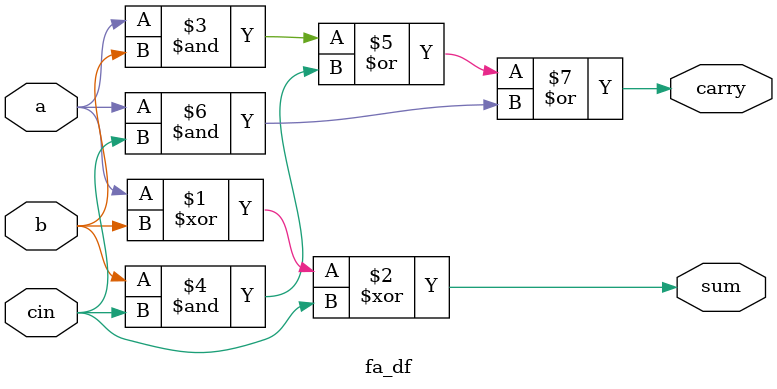
<source format=v>
module fa_df(sum, carry, a, b, cin);
input a,b,cin;
output sum, carry;
assign sum = a^b^cin;
assign carry = a&b | b&cin | a&cin;
endmodule

</source>
